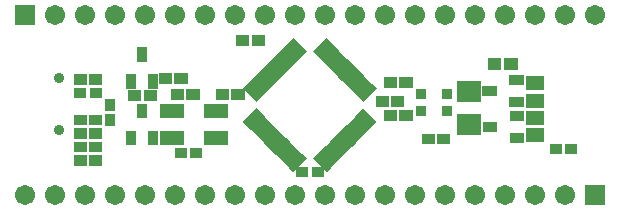
<source format=gbs>
G04 DipTrace Beta 2.3.5.2*
%INSolder_Stop_Mask_Bottom-GMaple-mini.GBS*%
%MOIN*%
%ADD42C,0.0354*%
%ADD46R,0.0828X0.0513*%
%ADD48R,0.0356X0.0435*%
%ADD50R,0.0336X0.0494*%
%ADD56C,0.0671*%
%ADD60R,0.0671X0.0671*%
%ADD62R,0.0494X0.0336*%
%ADD66R,0.0317X0.0317*%
%ADD68R,0.0435X0.0356*%
%ADD70R,0.0612X0.0454*%
%FSLAX44Y44*%
G04*
G70*
G90*
G75*
G01*
%LNBotMask*%
%LPD*%
G36*
X19785Y7636D2*
X18996D1*
Y8346D1*
X19785D1*
Y7636D1*
G37*
G36*
Y6534D2*
X18996D1*
Y7244D1*
X19785D1*
Y6534D1*
G37*
D70*
X21599Y6523D3*
Y7114D3*
X21611Y7678D3*
Y8269D3*
G36*
X12583Y9869D2*
Y9513D1*
X12149D1*
Y9869D1*
X12583D1*
G37*
G36*
X12072D2*
Y9513D1*
X11637D1*
Y9869D1*
X12072D1*
G37*
G36*
X11913Y8068D2*
Y7712D1*
X11479D1*
Y8068D1*
X11913D1*
G37*
G36*
X11402D2*
Y7712D1*
X10967D1*
Y8068D1*
X11402D1*
G37*
D68*
X14346Y5290D3*
X13834D3*
G36*
X16567Y8112D2*
Y8468D1*
X17002D1*
Y8112D1*
X16567D1*
G37*
G36*
X17079D2*
Y8468D1*
X17513D1*
Y8112D1*
X17079D1*
G37*
D68*
X10296Y5945D3*
X9784D3*
G36*
X10413Y8068D2*
Y7712D1*
X9979D1*
Y8068D1*
X10413D1*
G37*
G36*
X9902D2*
Y7712D1*
X9467D1*
Y8068D1*
X9902D1*
G37*
G36*
X6729Y8212D2*
Y8568D1*
X7163D1*
Y8212D1*
X6729D1*
G37*
G36*
X6217D2*
Y8568D1*
X6652D1*
Y8212D1*
X6217D1*
G37*
G36*
X6729Y6412D2*
Y6768D1*
X7163D1*
Y6412D1*
X6729D1*
G37*
G36*
X6217D2*
Y6768D1*
X6652D1*
Y6412D1*
X6217D1*
G37*
D66*
X18673Y7917D3*
X17806D3*
X18671Y7345D3*
X17805D3*
D62*
X20993Y7174D3*
Y6426D3*
X20087Y6800D3*
G36*
X21239Y8553D2*
Y8217D1*
X20745D1*
Y8553D1*
X21239D1*
G37*
G36*
Y7805D2*
Y7469D1*
X20745D1*
Y7805D1*
X21239D1*
G37*
G36*
X20333Y8179D2*
Y7843D1*
X19839D1*
Y8179D1*
X20333D1*
G37*
D60*
X4590Y10540D3*
D56*
X5590D3*
X6590D3*
X7590D3*
X8590D3*
X9590D3*
X10590D3*
X11590D3*
X12590D3*
X13590D3*
X14590D3*
X15590D3*
X16590D3*
X17590D3*
X18590D3*
X19590D3*
X20590D3*
X21590D3*
X22590D3*
X23590D3*
D60*
Y4540D3*
D56*
X22590D3*
X21590D3*
X20590D3*
X19590D3*
X18590D3*
X17590D3*
X16590D3*
X15590D3*
X14590D3*
X13590D3*
X12590D3*
X11590D3*
X10590D3*
X9590D3*
X8590D3*
X7590D3*
X6590D3*
X5590D3*
X4590D3*
D42*
X5717Y8426D3*
Y6694D3*
G36*
X21013Y9088D2*
Y8693D1*
X20578D1*
Y9088D1*
X21013D1*
G37*
G36*
X20462D2*
Y8693D1*
X20027D1*
Y9088D1*
X20462D1*
G37*
G36*
X8698Y8563D2*
X9034D1*
Y8069D1*
X8698D1*
Y8563D1*
G37*
G36*
X7950D2*
X8286D1*
Y8069D1*
X7950D1*
Y8563D1*
G37*
G36*
X8324Y9468D2*
X8660D1*
Y8974D1*
X8324D1*
Y9468D1*
G37*
D50*
X8865Y6440D3*
X8117D3*
X8491Y7346D3*
G36*
X18262Y6578D2*
Y6222D1*
X17827D1*
Y6578D1*
X18262D1*
G37*
G36*
X18773D2*
Y6222D1*
X18339D1*
Y6578D1*
X18773D1*
G37*
D68*
X22805Y6065D3*
X22293D3*
G36*
X16732Y7838D2*
Y7482D1*
X16297D1*
Y7838D1*
X16732D1*
G37*
G36*
X17243D2*
Y7482D1*
X16809D1*
Y7838D1*
X17243D1*
G37*
G36*
X10013Y8588D2*
Y8232D1*
X9579D1*
Y8588D1*
X10013D1*
G37*
G36*
X9502D2*
Y8232D1*
X9067D1*
Y8588D1*
X9502D1*
G37*
D68*
X6434Y7940D3*
X6946D3*
G36*
X6652Y7218D2*
Y6862D1*
X6217D1*
Y7218D1*
X6652D1*
G37*
G36*
X7163D2*
Y6862D1*
X6729D1*
Y7218D1*
X7163D1*
G37*
D48*
X7420Y7024D3*
Y7536D3*
G36*
X17513Y7368D2*
Y7012D1*
X17079D1*
Y7368D1*
X17513D1*
G37*
G36*
X17002D2*
Y7012D1*
X16567D1*
Y7368D1*
X17002D1*
G37*
G36*
X6217Y5962D2*
Y6318D1*
X6652D1*
Y5962D1*
X6217D1*
G37*
G36*
X6729D2*
Y6318D1*
X7163D1*
Y5962D1*
X6729D1*
G37*
G36*
X6217Y5512D2*
Y5868D1*
X6652D1*
Y5512D1*
X6217D1*
G37*
G36*
X6729D2*
Y5868D1*
X7163D1*
Y5512D1*
X6729D1*
G37*
G36*
X8983Y8038D2*
Y7682D1*
X8549D1*
Y8038D1*
X8983D1*
G37*
G36*
X8472D2*
Y7682D1*
X8037D1*
Y8038D1*
X8472D1*
G37*
G36*
X11862Y8097D2*
X12002Y8237D1*
X12449Y7791D1*
X12308Y7650D1*
X11862Y8097D1*
G37*
G36*
X12001Y8236D2*
X12141Y8376D1*
X12588Y7930D1*
X12448Y7790D1*
X12001Y8236D1*
G37*
G36*
X12140Y8375D2*
X12281Y8516D1*
X12727Y8069D1*
X12587Y7929D1*
X12140Y8375D1*
G37*
G36*
X12280Y8515D2*
X12420Y8655D1*
X12866Y8208D1*
X12726Y8068D1*
X12280Y8515D1*
G37*
G36*
X12419Y8654D2*
X12559Y8794D1*
X13006Y8347D1*
X12865Y8207D1*
X12419Y8654D1*
G37*
G36*
X12558Y8793D2*
X12698Y8933D1*
X13145Y8487D1*
X13004Y8346D1*
X12558Y8793D1*
G37*
G36*
X12697Y8932D2*
X12837Y9072D1*
X13284Y8626D1*
X13144Y8486D1*
X12697Y8932D1*
G37*
G36*
X12836Y9071D2*
X12977Y9212D1*
X13423Y8765D1*
X13283Y8625D1*
X12836Y9071D1*
G37*
G36*
X12975Y9210D2*
X13116Y9351D1*
X13562Y8904D1*
X13422Y8764D1*
X12975Y9210D1*
G37*
G36*
X13115Y9350D2*
X13255Y9490D1*
X13702Y9043D1*
X13561Y8903D1*
X13115Y9350D1*
G37*
G36*
X13254Y9489D2*
X13394Y9629D1*
X13841Y9183D1*
X13700Y9042D1*
X13254Y9489D1*
G37*
G36*
X13393Y9628D2*
X13533Y9768D1*
X13980Y9322D1*
X13840Y9182D1*
X13393Y9628D1*
G37*
G36*
X14341Y9182D2*
X14200Y9322D1*
X14647Y9768D1*
X14787Y9628D1*
X14341Y9182D1*
G37*
G36*
X14480Y9042D2*
X14340Y9183D1*
X14786Y9629D1*
X14926Y9489D1*
X14480Y9042D1*
G37*
G36*
X14619Y8903D2*
X14479Y9043D1*
X14925Y9490D1*
X15066Y9350D1*
X14619Y8903D1*
G37*
G36*
X14758Y8764D2*
X14618Y8904D1*
X15065Y9351D1*
X15205Y9210D1*
X14758Y8764D1*
G37*
G36*
X14897Y8625D2*
X14757Y8765D1*
X15204Y9212D1*
X15344Y9071D1*
X14897Y8625D1*
G37*
G36*
X15037Y8486D2*
X14896Y8626D1*
X15343Y9072D1*
X15483Y8932D1*
X15037Y8486D1*
G37*
G36*
X15176Y8346D2*
X15036Y8487D1*
X15482Y8933D1*
X15622Y8793D1*
X15176Y8346D1*
G37*
G36*
X15315Y8207D2*
X15175Y8347D1*
X15621Y8794D1*
X15762Y8654D1*
X15315Y8207D1*
G37*
G36*
X15454Y8068D2*
X15314Y8208D1*
X15760Y8655D1*
X15901Y8515D1*
X15454Y8068D1*
G37*
G36*
X15593Y7929D2*
X15453Y8069D1*
X15900Y8516D1*
X16040Y8375D1*
X15593Y7929D1*
G37*
G36*
X15733Y7790D2*
X15592Y7930D1*
X16039Y8376D1*
X16179Y8236D1*
X15733Y7790D1*
G37*
G36*
X15872Y7650D2*
X15732Y7791D1*
X16178Y8237D1*
X16318Y8097D1*
X15872Y7650D1*
G37*
G36*
X15732Y7290D2*
X15872Y7430D1*
X16318Y6983D1*
X16178Y6843D1*
X15732Y7290D1*
G37*
G36*
X15592Y7150D2*
X15733Y7291D1*
X16179Y6844D1*
X16039Y6704D1*
X15592Y7150D1*
G37*
G36*
X15453Y7011D2*
X15593Y7152D1*
X16040Y6705D1*
X15900Y6565D1*
X15453Y7011D1*
G37*
G36*
X15314Y6872D2*
X15454Y7012D1*
X15901Y6566D1*
X15760Y6425D1*
X15314Y6872D1*
G37*
G36*
X15175Y6733D2*
X15315Y6873D1*
X15762Y6427D1*
X15621Y6286D1*
X15175Y6733D1*
G37*
G36*
X15036Y6594D2*
X15176Y6734D1*
X15622Y6287D1*
X15482Y6147D1*
X15036Y6594D1*
G37*
G36*
X14896Y6454D2*
X15037Y6595D1*
X15483Y6148D1*
X15343Y6008D1*
X14896Y6454D1*
G37*
G36*
X14757Y6315D2*
X14897Y6456D1*
X15344Y6009D1*
X15204Y5869D1*
X14757Y6315D1*
G37*
G36*
X14618Y6176D2*
X14758Y6316D1*
X15205Y5870D1*
X15065Y5730D1*
X14618Y6176D1*
G37*
G36*
X14479Y6037D2*
X14619Y6177D1*
X15066Y5731D1*
X14925Y5590D1*
X14479Y6037D1*
G37*
G36*
X14340Y5898D2*
X14480Y6038D1*
X14926Y5591D1*
X14786Y5451D1*
X14340Y5898D1*
G37*
G36*
X14200Y5758D2*
X14341Y5899D1*
X14787Y5452D1*
X14647Y5312D1*
X14200Y5758D1*
G37*
G36*
X13533Y5312D2*
X13393Y5452D1*
X13840Y5899D1*
X13980Y5758D1*
X13533Y5312D1*
G37*
G36*
X13394Y5451D2*
X13254Y5591D1*
X13700Y6038D1*
X13841Y5898D1*
X13394Y5451D1*
G37*
G36*
X13255Y5590D2*
X13115Y5731D1*
X13561Y6177D1*
X13702Y6037D1*
X13255Y5590D1*
G37*
G36*
X13116Y5730D2*
X12975Y5870D1*
X13422Y6316D1*
X13562Y6176D1*
X13116Y5730D1*
G37*
G36*
X12977Y5869D2*
X12836Y6009D1*
X13283Y6456D1*
X13423Y6315D1*
X12977Y5869D1*
G37*
G36*
X12837Y6008D2*
X12697Y6148D1*
X13144Y6595D1*
X13284Y6454D1*
X12837Y6008D1*
G37*
G36*
X12698Y6147D2*
X12558Y6287D1*
X13004Y6734D1*
X13145Y6594D1*
X12698Y6147D1*
G37*
G36*
X12559Y6286D2*
X12419Y6427D1*
X12865Y6873D1*
X13006Y6733D1*
X12559Y6286D1*
G37*
G36*
X12420Y6425D2*
X12280Y6566D1*
X12726Y7012D1*
X12866Y6872D1*
X12420Y6425D1*
G37*
G36*
X12281Y6565D2*
X12140Y6705D1*
X12587Y7152D1*
X12727Y7011D1*
X12281Y6565D1*
G37*
G36*
X12141Y6704D2*
X12001Y6844D1*
X12448Y7291D1*
X12588Y7150D1*
X12141Y6704D1*
G37*
G36*
X12002Y6843D2*
X11862Y6983D1*
X12308Y7430D1*
X12449Y7290D1*
X12002Y6843D1*
G37*
D46*
X10969Y6437D3*
Y7343D3*
X9512Y6437D3*
Y7343D3*
M02*

</source>
